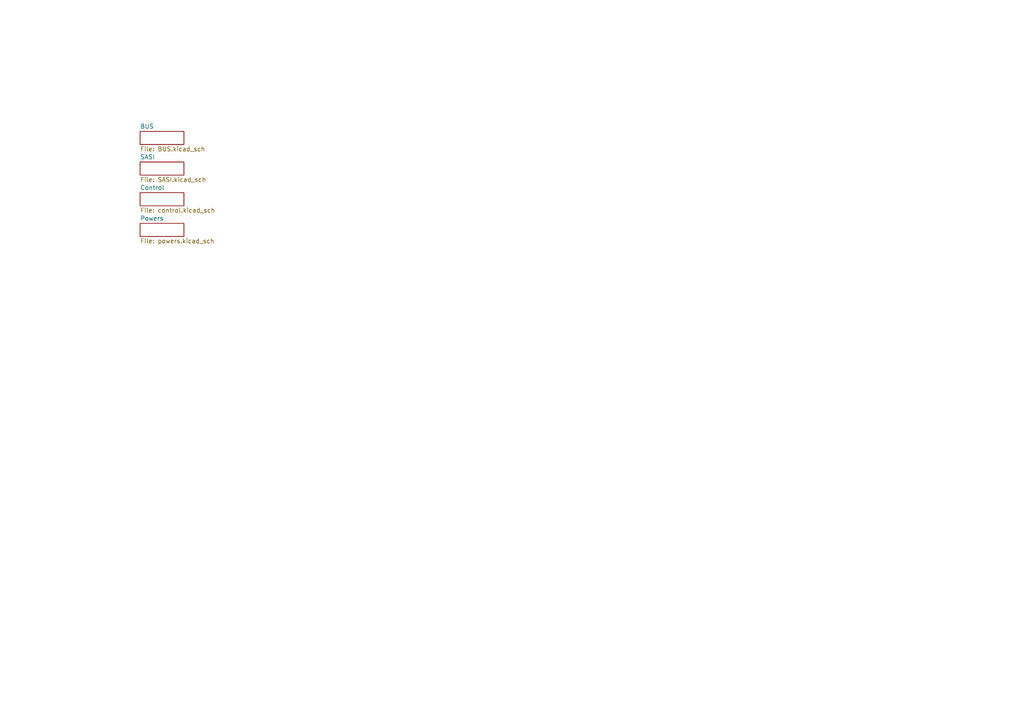
<source format=kicad_sch>
(kicad_sch (version 20230121) (generator eeschema)
  (paper "A4")
  (title_block (title "Iskra Delta Partner SASI Adapter 046 700 134") (date "2023-08-23") (rev "1") (company "Jernej Jakob <jernej.jakob@gmail.com>") (comment 1 "reverse engineered by hand"))
  (lib_symbols)
  (sheet (at 40.64 55.88) (size 12.7 3.81) (stroke (width 0.1524))
    (property "Sheetname" "Control" (at 40.64 55.1684 0) (effects (justify left bottom)))
    (property "Sheetfile" "control.kicad_sch" (at 40.64 60.2746 0) (effects (justify left top)))
  )
  (sheet (at 40.64 64.77) (size 12.7 3.81) (stroke (width 0.1524))
    (property "Sheetname" "Powers" (at 40.64 64.0584 0) (effects (justify left bottom)))
    (property "Sheetfile" "powers.kicad_sch" (at 40.64 69.1646 0) (effects (justify left top)))
  )
  (sheet (at 40.64 38.1) (size 12.7 3.81) (stroke (width 0.1524))
    (property "Sheetname" "BUS" (at 40.64 37.3884 0) (effects (justify left bottom)))
    (property "Sheetfile" "BUS.kicad_sch" (at 40.64 42.4946 0) (effects (justify left top)))
  )
  (sheet (at 40.64 46.99) (size 12.7 3.81) (stroke (width 0.1524))
    (property "Sheetname" "SASI" (at 40.64 46.2784 0) (effects (justify left bottom)))
    (property "Sheetfile" "SASI.kicad_sch" (at 40.64 51.3846 0) (effects (justify left top)))
  )
)
</source>
